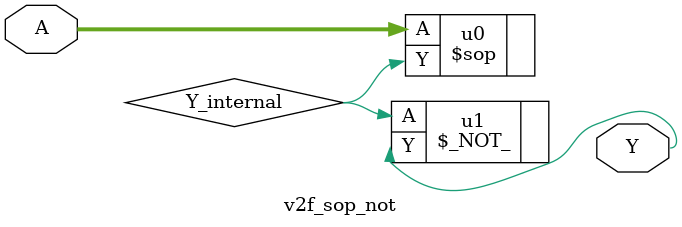
<source format=v>

module v2f_sop_not (A, Y);
	parameter WIDTH = 0;
	parameter DEPTH = 0;
	parameter TABLE = 0;

	input [WIDTH-1:0] A;
	wire Y_internal;
	output Y;

	\$sop #(.WIDTH(WIDTH), .DEPTH(DEPTH), .TABLE(TABLE))
		u0(.A(A), .Y(Y_internal));
	$_NOT_ u1(.A(Y_internal), .Y(Y));
endmodule

</source>
